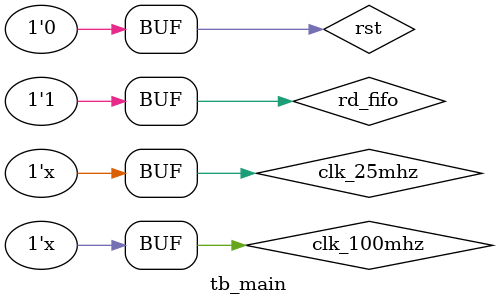
<source format=v>
`timescale 1ns / 1ps


module tb_main;

	// Inputs
	reg clk_25mhz;
	reg clk_100mhz;
	reg rst;
	reg rd_fifo;

	// Outputs
	wire [7:0] pixel_r;
	wire [7:0] pixel_g;
	wire [7:0] pixel_b;

	// Instantiate the Unit Under Test (UUT)
	main_logic uut (
		.clk_25mhz(clk_25mhz), 
		.clk_100mhz(clk_100mhz), 
		.rst(rst), 
		.pixel_r(pixel_r), 
		.pixel_g(pixel_g), 
		.pixel_b(pixel_b), 
		.rd_fifo(rd_fifo)
	);

	initial begin
		// Initialize Inputs
		clk_25mhz = 0;
		clk_100mhz = 0;
		rst = 1;
		rd_fifo = 0;

		// Wait 100 ns for global reset to finish
		#100;
      rst = 1;
		// Add stimulus here
		#30
		rst = 0;
		rd_fifo = 1;
	end
	
	always
		#25 clk_100mhz = !clk_100mhz;
	
	
	always
		#100 clk_25mhz = !clk_25mhz;
      
endmodule


</source>
